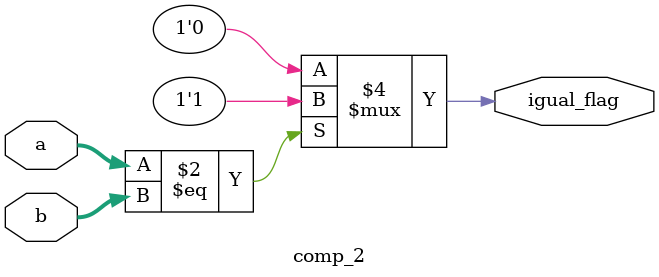
<source format=v>

module comp_2 (
    input  wire [1:0] a,        // Entrada de 2 bits: operando A
    input  wire [1:0] b,        // Entrada de 2 bits: operando B
    output reg        igual_flag // Saída de 1 bit: 1 se a == b, 0 caso contrário
);

    // Bloco always combinacional que calcula a igualdade entre A e B
    always @* begin
        // Verifica se os dois vetores são exatamente iguais
        if (a == b) begin
            // Quando todos os bits coincidirem, saída vai a '1'
            igual_flag = 1'b1;
        end else begin
            // Caso qualquer bit seja diferente, saída vai a '0'
            igual_flag = 1'b0;
        end
    end

endmodule

</source>
